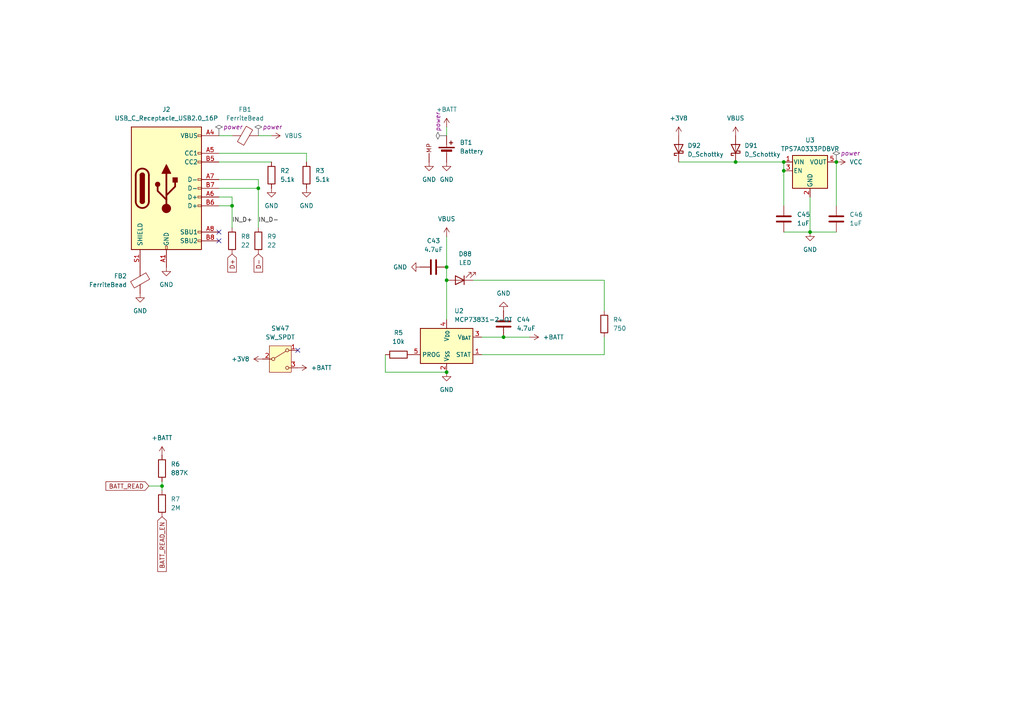
<source format=kicad_sch>
(kicad_sch (version 20231120) (generator "eeschema") (generator_version "8.0")
  (paper "A4")
  (lib_symbols
    (symbol "Battery_Management:MCP73831-2-OT"
      (property "Reference" "U" (at -7.62 6.35 0))
      (property "Value" "MCP73831-2-OT" (at 1.27 6.35 0))
      (symbol "MCP73831-2-OT_0_1"
        (rectangle (start -7.62 5.08) (end 7.62 -5.08) (stroke (width 0.254)) (fill (type background)))
      )
      (symbol "MCP73831-2-OT_1_1"
        (pin tri_state line (at 10.16 -2.54 180) (length 2.54) (name "STAT") (number "1"))
        (pin power_in line (at 0 -7.62 90) (length 2.54) (name "V_{SS}") (number "2"))
        (pin power_out line (at 10.16 2.54 180) (length 2.54) (name "V_{BAT}") (number "3"))
        (pin power_in line (at 0 7.62 270) (length 2.54) (name "V_{DD}") (number "4"))
        (pin input line (at -10.16 -2.54 0) (length 2.54) (name "PROG") (number "5"))
      )
    )
    (symbol "Connector:USB_C_Receptacle_USB2.0_16P" (pin_names (offset 1.016))
      (property "Reference" "J" (at 0 22.225 0))
      (property "Value" "USB_C_Receptacle_USB2.0_16P" (at 0 19.685 0))
      (symbol "USB_C_Receptacle_USB2.0_16P_0_0"
        (rectangle (start -0.254 -17.78) (end 0.254 -16.764))
        (rectangle (start 10.16 -14.986) (end 9.144 -15.494))
        (rectangle (start 10.16 -12.446) (end 9.144 -12.954))
        (rectangle (start 10.16 -4.826) (end 9.144 -5.334))
        (rectangle (start 10.16 -2.286) (end 9.144 -2.794))
        (rectangle (start 10.16 0.254) (end 9.144 -0.254))
        (rectangle (start 10.16 2.794) (end 9.144 2.286))
        (rectangle (start 10.16 7.874) (end 9.144 7.366))
        (rectangle (start 10.16 10.414) (end 9.144 9.906))
        (rectangle (start 10.16 15.494) (end 9.144 14.986))
      )
      (symbol "USB_C_Receptacle_USB2.0_16P_0_1"
        (rectangle (start -10.16 17.78) (end 10.16 -17.78) (stroke (width 0.254)) (fill (type background)))
        (arc (start -8.89 -3.81) (mid -6.985 -5.7067) (end -5.08 -3.81) (stroke (width 0.508)))
        (arc (start -7.62 -3.81) (mid -6.985 -4.4423) (end -6.35 -3.81) (stroke (width 0.254)))
        (arc (start -7.62 -3.81) (mid -6.985 -4.4423) (end -6.35 -3.81) (stroke (width 0.254)) (fill (type outline)))
        (rectangle (start -7.62 -3.81) (end -6.35 3.81) (stroke (width 0.254)) (fill (type outline)))
        (arc (start -6.35 3.81) (mid -6.985 4.4423) (end -7.62 3.81) (stroke (width 0.254)))
        (arc (start -6.35 3.81) (mid -6.985 4.4423) (end -7.62 3.81) (stroke (width 0.254)) (fill (type outline)))
        (arc (start -5.08 3.81) (mid -6.985 5.7067) (end -8.89 3.81) (stroke (width 0.508)))
        (circle (center -2.54 1.143) (radius 0.635) (stroke (width 0.254)) (fill (type outline)))
        (circle (center 0 -5.842) (radius 1.27) (fill (type outline)))
        (polyline (pts (xy -8.89 -3.81) (xy -8.89 3.81)) (stroke (width 0.508)))
        (polyline (pts (xy -5.08 3.81) (xy -5.08 -3.81)) (stroke (width 0.508)))
        (polyline (pts (xy 0 -5.842) (xy 0 4.318)) (stroke (width 0.508)))
        (polyline (pts (xy 0 -3.302) (xy -2.54 -0.762) (xy -2.54 0.508)) (stroke (width 0.508)))
        (polyline (pts (xy 0 -2.032) (xy 2.54 0.508) (xy 2.54 1.778)) (stroke (width 0.508)))
        (polyline (pts (xy -1.27 4.318) (xy 0 6.858) (xy 1.27 4.318) (xy -1.27 4.318)) (stroke (width 0.254)) (fill (type outline)))
        (rectangle (start 1.905 1.778) (end 3.175 3.048) (stroke (width 0.254)) (fill (type outline)))
      )
      (symbol "USB_C_Receptacle_USB2.0_16P_1_1"
        (pin passive line (at 0 -22.86 90) (length 5.08) (name "GND") (number "A1"))
        (pin passive line (at 0 -22.86 90) (length 5.08) hide (name "GND") (number "A12"))
        (pin passive line (at 15.24 15.24 180) (length 5.08) (name "VBUS") (number "A4"))
        (pin bidirectional line (at 15.24 10.16 180) (length 5.08) (name "CC1") (number "A5"))
        (pin bidirectional line (at 15.24 -2.54 180) (length 5.08) (name "D+") (number "A6"))
        (pin bidirectional line (at 15.24 2.54 180) (length 5.08) (name "D-") (number "A7"))
        (pin bidirectional line (at 15.24 -12.7 180) (length 5.08) (name "SBU1") (number "A8"))
        (pin passive line (at 15.24 15.24 180) (length 5.08) hide (name "VBUS") (number "A9"))
        (pin passive line (at 0 -22.86 90) (length 5.08) hide (name "GND") (number "B1"))
        (pin passive line (at 0 -22.86 90) (length 5.08) hide (name "GND") (number "B12"))
        (pin passive line (at 15.24 15.24 180) (length 5.08) hide (name "VBUS") (number "B4"))
        (pin bidirectional line (at 15.24 7.62 180) (length 5.08) (name "CC2") (number "B5"))
        (pin bidirectional line (at 15.24 -5.08 180) (length 5.08) (name "D+") (number "B6"))
        (pin bidirectional line (at 15.24 0 180) (length 5.08) (name "D-") (number "B7"))
        (pin bidirectional line (at 15.24 -15.24 180) (length 5.08) (name "SBU2") (number "B8"))
        (pin passive line (at 15.24 15.24 180) (length 5.08) hide (name "VBUS") (number "B9"))
        (pin passive line (at -7.62 -22.86 90) (length 5.08) (name "SHIELD") (number "S1"))
      )
    )
    (symbol "Device:Battery_Cell" (pin_numbers hide) (pin_names (offset 0) hide)
      (property "Reference" "BT1" (at 3.81 3.1116 0))
      (property "Value" "Battery" (at 3.81 0.5716 0))
      (symbol "Battery_Cell_0_1"
        (rectangle (start -2.286 1.778) (end 2.286 1.524) (fill (type outline)))
        (rectangle (start -1.524 1.016) (end 1.524 0.508) (fill (type outline)))
        (polyline (pts (xy 0 0.762) (xy 0 0)))
        (polyline (pts (xy 0 1.778) (xy 0 2.54)))
        (polyline (pts (xy 0.762 3.048) (xy 1.778 3.048)) (stroke (width 0.254)))
        (polyline (pts (xy 1.27 3.556) (xy 1.27 2.54)) (stroke (width 0.254)))
      )
      (symbol "Battery_Cell_1_1"
        (text "MP" (at -5.08 1.524 900) (effects (font (size 1.27 1.27))))
        (pin passive line (at 0 5.08 270) (length 2.54) (name "+") (number "1"))
        (pin passive line (at 0 -2.54 90) (length 2.54) (name "-") (number "2"))
        (pin passive line (at -5.08 -2.54 90) (length 2.54) (name "MP") (number "MP"))
      )
    )
    (symbol "Device:C" (pin_numbers hide) (pin_names (offset 0.254))
      (property "Reference" "C" (at 0.635 2.54 0))
      (property "Value" "C" (at 0.635 -2.54 0))
      (symbol "C_0_1"
        (polyline (pts (xy -2.032 -0.762) (xy 2.032 -0.762)) (stroke (width 0.508)))
        (polyline (pts (xy -2.032 0.762) (xy 2.032 0.762)) (stroke (width 0.508)))
      )
      (symbol "C_1_1"
        (pin passive line (at 0 3.81 270) (length 2.794) (name "~") (number "1"))
        (pin passive line (at 0 -3.81 90) (length 2.794) (name "~") (number "2"))
      )
    )
    (symbol "Device:D_Schottky" (pin_numbers hide) (pin_names (offset 1.016) hide)
      (property "Reference" "D" (at 0 2.54 0))
      (property "Value" "D_Schottky" (at 0 -2.54 0))
      (symbol "D_Schottky_0_1"
        (polyline (pts (xy 1.27 0) (xy -1.27 0)))
        (polyline (pts (xy 1.27 1.27) (xy 1.27 -1.27) (xy -1.27 0) (xy 1.27 1.27)) (stroke (width 0.254)))
        (polyline (pts (xy -1.905 0.635) (xy -1.905 1.27) (xy -1.27 1.27) (xy -1.27 -1.27) (xy -0.635 -1.27) (xy -0.635 -0.635)) (stroke (width 0.254)))
      )
      (symbol "D_Schottky_1_1"
        (pin passive line (at -3.81 0 0) (length 2.54) (name "K") (number "1"))
        (pin passive line (at 3.81 0 180) (length 2.54) (name "A") (number "2"))
      )
    )
    (symbol "Device:FerriteBead" (pin_numbers hide) (pin_names (offset 0))
      (property "Reference" "FB" (at -3.81 0.635 90))
      (property "Value" "FerriteBead" (at 3.81 0 90))
      (symbol "FerriteBead_0_1"
        (polyline (pts (xy 0 -1.27) (xy 0 -1.2192)))
        (polyline (pts (xy 0 1.27) (xy 0 1.2954)))
        (polyline (pts (xy -2.7686 0.4064) (xy -1.7018 2.2606) (xy 2.7686 -0.3048) (xy 1.6764 -2.159) (xy -2.7686 0.4064)))
      )
      (symbol "FerriteBead_1_1"
        (pin passive line (at 0 3.81 270) (length 2.54) (name "~") (number "1"))
        (pin passive line (at 0 -3.81 90) (length 2.54) (name "~") (number "2"))
      )
    )
    (symbol "Device:LED" (pin_numbers hide) (pin_names (offset 1.016) hide)
      (property "Reference" "D" (at 0 2.54 0))
      (property "Value" "LED" (at 0 -2.54 0))
      (symbol "LED_0_1"
        (polyline (pts (xy -1.27 -1.27) (xy -1.27 1.27)) (stroke (width 0.254)))
        (polyline (pts (xy -1.27 0) (xy 1.27 0)))
        (polyline (pts (xy 1.27 -1.27) (xy 1.27 1.27) (xy -1.27 0) (xy 1.27 -1.27)) (stroke (width 0.254)))
        (polyline (pts (xy -3.048 -0.762) (xy -4.572 -2.286) (xy -3.81 -2.286) (xy -4.572 -2.286) (xy -4.572 -1.524)))
        (polyline (pts (xy -1.778 -0.762) (xy -3.302 -2.286) (xy -2.54 -2.286) (xy -3.302 -2.286) (xy -3.302 -1.524)))
      )
      (symbol "LED_1_1"
        (pin passive line (at -3.81 0 0) (length 2.54) (name "K") (number "1"))
        (pin passive line (at 3.81 0 180) (length 2.54) (name "A") (number "2"))
      )
    )
    (symbol "Device:R" (pin_numbers hide) (pin_names (offset 0))
      (property "Reference" "R" (at 2.032 0 90))
      (property "Value" "R" (at 0 0 90))
      (symbol "R_0_1"
        (rectangle (start -1.016 -2.54) (end 1.016 2.54) (stroke (width 0.254)))
      )
      (symbol "R_1_1"
        (pin passive line (at 0 3.81 270) (length 1.27) (name "~") (number "1"))
        (pin passive line (at 0 -3.81 90) (length 1.27) (name "~") (number "2"))
      )
    )
    (symbol "Regulator_Linear:AP2112K-3.3" (pin_names (offset 0.254))
      (property "Reference" "U" (at -5.08 5.715 0))
      (property "Value" "AP2112K-3.3" (at 0 5.715 0))
      (symbol "AP2112K-3.3_0_1"
        (rectangle (start -5.08 4.445) (end 5.08 -5.08) (stroke (width 0.254)) (fill (type background)))
      )
      (symbol "AP2112K-3.3_1_1"
        (pin power_in line (at -7.62 2.54 0) (length 2.54) (name "VIN") (number "1"))
        (pin power_in line (at 0 -7.62 90) (length 2.54) (name "GND") (number "2"))
        (pin input line (at -7.62 0 0) (length 2.54) (name "EN") (number "3"))
        (pin no_connect line (at 5.08 0 180) (length 2.54) hide (name "NC") (number "4"))
        (pin power_out line (at 7.62 2.54 180) (length 2.54) (name "VOUT") (number "5"))
      )
    )
    (symbol "Switch:SW_SPDT" (pin_names (offset 0) hide)
      (property "Reference" "SW" (at 0 5.08 0))
      (property "Value" "SW_SPDT" (at 0 -5.08 0))
      (symbol "SW_SPDT_0_1"
        (circle (center -2.032 0) (radius 0.4572))
        (polyline (pts (xy -1.651 0.254) (xy 1.651 2.286)))
        (circle (center 2.032 -2.54) (radius 0.4572))
        (circle (center 2.032 2.54) (radius 0.4572))
      )
      (symbol "SW_SPDT_1_1"
        (rectangle (start -3.175 3.81) (end 3.175 -3.81) (fill (type background)))
        (pin passive line (at 5.08 2.54 180) (length 2.54) (name "A") (number "1"))
        (pin passive line (at -5.08 0 0) (length 2.54) (name "B") (number "2"))
        (pin passive line (at 5.08 -2.54 180) (length 2.54) (name "C") (number "3"))
      )
    )
    (symbol "power:+3V8" (power) (pin_numbers hide) (pin_names (offset 0) hide)
      (property "Value" "+3V8" (at 0 3.556 0))
      (symbol "+3V8_0_1"
        (polyline (pts (xy -0.762 1.27) (xy 0 2.54)))
        (polyline (pts (xy 0 0) (xy 0 2.54)))
        (polyline (pts (xy 0 2.54) (xy 0.762 1.27)))
      )
      (symbol "+3V8_1_1"
        (pin power_in line (at 0 0 90) (length 0) (name "~") (number "1"))
      )
    )
    (symbol "power:+BATT" (power) (pin_numbers hide) (pin_names (offset 0) hide)
      (property "Value" "+BATT" (at 0 3.556 0))
      (symbol "+BATT_0_1"
        (polyline (pts (xy -0.762 1.27) (xy 0 2.54)))
        (polyline (pts (xy 0 0) (xy 0 2.54)))
        (polyline (pts (xy 0 2.54) (xy 0.762 1.27)))
      )
      (symbol "+BATT_1_1"
        (pin power_in line (at 0 0 90) (length 0) (name "~") (number "1"))
      )
    )
    (symbol "power:GND" (power) (pin_numbers hide) (pin_names (offset 0) hide)
      (property "Value" "GND" (at 0 -3.81 0))
      (symbol "GND_0_1"
        (polyline (pts (xy 0 0) (xy 0 -1.27) (xy 1.27 -1.27) (xy 0 -2.54) (xy -1.27 -1.27) (xy 0 -1.27)))
      )
      (symbol "GND_1_1"
        (pin power_in line (at 0 0 270) (length 0) (name "~") (number "1"))
      )
    )
    (symbol "power:VBUS" (power) (pin_numbers hide) (pin_names (offset 0) hide)
      (property "Value" "VBUS" (at 0 3.556 0))
      (symbol "VBUS_0_1"
        (polyline (pts (xy -0.762 1.27) (xy 0 2.54)))
        (polyline (pts (xy 0 0) (xy 0 2.54)))
        (polyline (pts (xy 0 2.54) (xy 0.762 1.27)))
      )
      (symbol "VBUS_1_1"
        (pin power_in line (at 0 0 90) (length 0) (name "~") (number "1"))
      )
    )
    (symbol "power:VCC" (power) (pin_numbers hide) (pin_names (offset 0) hide)
      (property "Value" "VCC" (at 0 3.556 0))
      (symbol "VCC_0_1"
        (polyline (pts (xy -0.762 1.27) (xy 0 2.54)))
        (polyline (pts (xy 0 0) (xy 0 2.54)))
        (polyline (pts (xy 0 2.54) (xy 0.762 1.27)))
      )
      (symbol "VCC_1_1"
        (pin power_in line (at 0 0 90) (length 0) (name "~") (number "1"))
      )
    )
  )
  (junction (at 242.57 46.99))
  (junction (at 129.54 107.95))
  (junction (at 227.33 49.53))
  (junction (at 129.54 77.47))
  (junction (at 46.99 140.97))
  (junction (at 67.31 59.69))
  (junction (at 213.36 46.99))
  (junction (at 129.54 81.28))
  (junction (at 234.95 67.31))
  (junction (at 74.93 54.61))
  (junction (at 146.05 97.79))
  (junction (at 227.33 46.99))
  (no_connect (at 86.36 101.6))
  (no_connect (at 63.5 67.31))
  (no_connect (at 63.5 69.85))
  (wire (pts (xy 227.33 67.31) (xy 234.95 67.31)))
  (wire (pts (xy 175.26 97.79) (xy 175.26 102.87)))
  (wire (pts (xy 129.54 36.83) (xy 129.54 39.37)))
  (wire (pts (xy 137.16 81.28) (xy 175.26 81.28)))
  (wire (pts (xy 227.33 49.53) (xy 227.33 59.69)))
  (wire (pts (xy 46.99 139.7) (xy 46.99 140.97)))
  (wire (pts (xy 46.99 140.97) (xy 46.99 142.24)))
  (wire (pts (xy 74.93 54.61) (xy 74.93 52.07)))
  (wire (pts (xy 63.5 46.99) (xy 78.74 46.99)))
  (wire (pts (xy 63.5 57.15) (xy 67.31 57.15)))
  (wire (pts (xy 213.36 46.99) (xy 227.33 46.99)))
  (wire (pts (xy 129.54 77.47) (xy 129.54 81.28)))
  (wire (pts (xy 175.26 102.87) (xy 139.7 102.87)))
  (wire (pts (xy 88.9 44.45) (xy 88.9 46.99)))
  (wire (pts (xy 67.31 57.15) (xy 67.31 59.69)))
  (wire (pts (xy 111.76 107.95) (xy 129.54 107.95)))
  (wire (pts (xy 234.95 67.31) (xy 242.57 67.31)))
  (wire (pts (xy 63.5 39.37) (xy 67.31 39.37)))
  (wire (pts (xy 175.26 81.28) (xy 175.26 90.17)))
  (wire (pts (xy 234.95 67.31) (xy 234.95 57.15)))
  (wire (pts (xy 129.54 68.58) (xy 129.54 77.47)))
  (wire (pts (xy 153.67 97.79) (xy 146.05 97.79)))
  (wire (pts (xy 196.85 46.99) (xy 213.36 46.99)))
  (wire (pts (xy 74.93 66.04) (xy 74.93 54.61)))
  (wire (pts (xy 242.57 46.99) (xy 242.57 59.69)))
  (wire (pts (xy 63.5 44.45) (xy 88.9 44.45)))
  (wire (pts (xy 74.93 39.37) (xy 78.74 39.37)))
  (wire (pts (xy 139.7 97.79) (xy 146.05 97.79)))
  (wire (pts (xy 67.31 59.69) (xy 67.31 66.04)))
  (wire (pts (xy 63.5 54.61) (xy 74.93 54.61)))
  (wire (pts (xy 43.18 140.97) (xy 46.99 140.97)))
  (wire (pts (xy 129.54 81.28) (xy 129.54 92.71)))
  (wire (pts (xy 63.5 59.69) (xy 67.31 59.69)))
  (wire (pts (xy 111.76 102.87) (xy 111.76 107.95)))
  (wire (pts (xy 227.33 46.99) (xy 227.33 49.53)))
  (wire (pts (xy 63.5 52.07) (xy 74.93 52.07)))
  (label "IN_D-" (at 74.93 64.77 0))
  (label "IN_D+" (at 67.31 64.77 0))
  (global_label "D+" (shape input) (at 67.31 73.66 270) (property "Intersheetrefs" "${INTERSHEET_REFS}" (effects (hide yes))))
  (global_label "BATT_READ_EN" (shape input) (at 46.99 149.86 270) (property "Intersheetrefs" "${INTERSHEET_REFS}" (effects (hide yes))))
  (global_label "D-" (shape input) (at 74.93 73.66 270) (property "Intersheetrefs" "${INTERSHEET_REFS}" (effects (hide yes))))
  (global_label "BATT_READ" (shape input) (at 43.18 140.97 180) (property "Intersheetrefs" "${INTERSHEET_REFS}" (effects (hide yes))))
  (netclass_flag "" (length 2.54) (shape diamond) (at 242.57 46.99 0) (property "Netclass" "power" (at 243.7765 44.45 0) (effects (font (italic yes)) (justify left))))
  (netclass_flag "" (length 2.54) (shape diamond) (at 63.5 39.37 0) (property "Netclass" "power" (at 64.7065 36.83 0) (effects (font (italic yes)) (justify left))))
  (netclass_flag "" (length 2.54) (shape diamond) (at 129.54 39.37 90) (property "Netclass" "power" (at 127 38.1635 90) (effects (font (italic yes)) (justify left))))
  (netclass_flag "" (length 2.54) (shape diamond) (at 74.93 39.37 0) (property "Netclass" "power" (at 76.1365 36.83 0) (effects (font (italic yes)) (justify left))))
  (symbol (lib_id "power:VBUS") (at 213.36 39.37 0) (unit 1)
    (property "Reference" "#PWR055" (effects (hide yes)))
    (property "Value" "VBUS" (at 213.36 34.29 0))
    (property "Description" "Power symbol creates a global label with name \"VBUS\"" (effects (hide yes)))
  )
  (symbol (lib_id "Device:C") (at 227.33 63.5 0) (unit 1)
    (property "Reference" "C45" (at 231.14 62.2299 0) (effects (justify left)))
    (property "Value" "1uF" (at 231.14 64.7699 0) (effects (justify left)))
    (property "Footprint" "Capacitor_SMD:C_0603_1608Metric" (effects (hide yes)))
    (property "Description" "Unpolarized capacitor" (effects (hide yes)))
  )
  (symbol (lib_id "Device:R") (at 67.31 69.85 0) (unit 1)
    (property "Reference" "R8" (at 69.85 68.5799 0) (effects (justify left)))
    (property "Value" "22" (at 69.85 71.1199 0) (effects (justify left)))
    (property "Footprint" "Resistor_SMD:R_0603_1608Metric" (effects (hide yes)))
    (property "Description" "Resistor" (effects (hide yes)))
  )
  (symbol (lib_id "Device:C") (at 125.73 77.47 90) (unit 1)
    (property "Reference" "C43" (at 125.73 69.85 90))
    (property "Value" "4.7uF" (at 125.73 72.39 90))
    (property "Footprint" "Capacitor_SMD:C_0805_2012Metric" (effects (hide yes)))
    (property "Description" "Unpolarized capacitor" (effects (hide yes)))
  )
  (symbol (lib_id "Device:R") (at 88.9 50.8 0) (unit 1)
    (property "Reference" "R3" (at 91.44 49.5299 0) (effects (justify left)))
    (property "Value" "5.1k" (at 91.44 52.0699 0) (effects (justify left)))
    (property "Footprint" "Resistor_SMD:R_0603_1608Metric" (effects (hide yes)))
    (property "Description" "Resistor" (effects (hide yes)))
  )
  (symbol (lib_id "power:GND") (at 78.74 54.61 0) (unit 1)
    (property "Reference" "#PWR038" (effects (hide yes)))
    (property "Value" "GND" (at 78.74 59.69 0))
    (property "Description" "Power symbol creates a global label with name \"GND\" , ground" (effects (hide yes)))
  )
  (symbol (lib_id "Device:R") (at 175.26 93.98 0) (unit 1)
    (property "Reference" "R4" (at 177.8 92.7099 0) (effects (justify left)))
    (property "Value" "750" (at 177.8 95.2499 0) (effects (justify left)))
    (property "Footprint" "Resistor_SMD:R_0805_2012Metric" (effects (hide yes)))
    (property "Description" "Resistor" (effects (hide yes)))
  )
  (symbol (lib_id "Device:LED") (at 133.35 81.28 180) (unit 1)
    (property "Reference" "D88" (at 134.9375 73.66 0))
    (property "Value" "LED" (at 134.9375 76.2 0))
    (property "Footprint" "LED_SMD:LED_0805_2012Metric" (effects (hide yes)))
    (property "Description" "Light emitting diode" (effects (hide yes)))
  )
  (symbol (lib_id "power:GND") (at 124.46 46.99 0) (unit 1)
    (property "Reference" "#PWR050" (effects (hide yes)))
    (property "Value" "GND" (at 124.46 52.07 0))
    (property "Description" "Power symbol creates a global label with name \"GND\" , ground" (effects (hide yes)))
  )
  (symbol (lib_id "Regulator_Linear:AP2112K-3.3") (at 234.95 49.53 0) (unit 1)
    (property "Reference" "U3" (at 234.95 40.64 0))
    (property "Value" "TPS7A0333PDBVR" (at 234.95 43.18 0))
    (property "Footprint" "Package_TO_SOT_SMD:SOT-23-5" (effects (hide yes)))
    (property "Description" "TI 3.3V regulator (can use others like AP2112K if pin-compatible, but this part lowers power use)" (effects (hide yes)))
  )
  (symbol (lib_id "Device:D_Schottky") (at 196.85 43.18 90) (unit 1)
    (property "Reference" "D92" (at 199.39 42.2274 90) (effects (justify right)))
    (property "Value" "D_Schottky" (at 199.39 44.7674 90) (effects (justify right)))
    (property "Footprint" "PCM_Diode_SMD_Handsoldering_AKL:D_SOD-123F" (effects (hide yes)))
    (property "Description" "Schottky diode" (effects (hide yes)))
  )
  (symbol (lib_id "power:GND") (at 146.05 90.17 180) (unit 1)
    (property "Reference" "#PWR045" (effects (hide yes)))
    (property "Value" "GND" (at 146.05 85.09 0))
    (property "Description" "Power symbol creates a global label with name \"GND\" , ground" (effects (hide yes)))
  )
  (symbol (lib_id "Device:C") (at 146.05 93.98 180) (unit 1)
    (property "Reference" "C44" (at 149.86 92.7099 0) (effects (justify right)))
    (property "Value" "4.7uF" (at 149.86 95.2499 0) (effects (justify right)))
    (property "Footprint" "Capacitor_SMD:C_0805_2012Metric" (effects (hide yes)))
    (property "Description" "Unpolarized capacitor" (effects (hide yes)))
  )
  (symbol (lib_id "power:GND") (at 121.92 77.47 270) (unit 1)
    (property "Reference" "#PWR044" (effects (hide yes)))
    (property "Value" "GND" (at 118.11 77.4699 90) (effects (justify right)))
    (property "Description" "Power symbol creates a global label with name \"GND\" , ground" (effects (hide yes)))
  )
  (symbol (lib_id "Device:R") (at 78.74 50.8 0) (unit 1)
    (property "Reference" "R2" (at 81.28 49.5299 0) (effects (justify left)))
    (property "Value" "5.1k" (at 81.28 52.0699 0) (effects (justify left)))
    (property "Footprint" "Resistor_SMD:R_0603_1608Metric" (effects (hide yes)))
    (property "Description" "Resistor" (effects (hide yes)))
  )
  (symbol (lib_id "power:+BATT") (at 46.99 132.08 0) (unit 1)
    (property "Reference" "#PWR058" (effects (hide yes)))
    (property "Value" "+BATT" (at 46.99 127 0))
    (property "Description" "Power symbol creates a global label with name \"+BATT\"" (effects (hide yes)))
  )
  (symbol (lib_id "power:GND") (at 129.54 107.95 0) (unit 1)
    (property "Reference" "#PWR046" (effects (hide yes)))
    (property "Value" "GND" (at 129.54 113.03 0))
    (property "Description" "Power symbol creates a global label with name \"GND\" , ground" (effects (hide yes)))
  )
  (symbol (lib_id "Device:Battery_Cell") (at 129.54 44.45 0) (unit 1)
    (property "Reference" "BT1" (at 133.35 41.3384 0) (effects (justify left)))
    (property "Value" "Battery" (at 133.35 43.8784 0) (effects (justify left)))
    (property "Footprint" "Connector_JST:JST_PH_S2B-PH-SM4-TB_1x02-1MP_P2.00mm_Horizontal" (effects (hide yes)))
    (property "Description" "Single-cell battery" (effects (hide yes)))
  )
  (symbol (lib_id "power:VCC") (at 242.57 46.99 270) (unit 1)
    (property "Reference" "#PWR056" (effects (hide yes)))
    (property "Value" "VCC" (at 246.38 46.9899 90) (effects (justify left)))
    (property "Description" "Power symbol creates a global label with name \"VCC\"" (effects (hide yes)))
  )
  (symbol (lib_id "power:GND") (at 88.9 54.61 0) (unit 1)
    (property "Reference" "#PWR039" (effects (hide yes)))
    (property "Value" "GND" (at 88.9 59.69 0))
    (property "Description" "Power symbol creates a global label with name \"GND\" , ground" (effects (hide yes)))
  )
  (symbol (lib_id "Switch:SW_SPDT") (at 81.28 104.14 0) (unit 1)
    (property "Reference" "SW47" (at 81.28 95.25 0))
    (property "Value" "SW_SPDT" (at 81.28 97.79 0))
    (property "Footprint" "Button_Switch_SMD:SW_SPDT_PCM12" (effects (hide yes)))
    (property "Description" "Switch, single pole double throw" (effects (hide yes)))
  )
  (symbol (lib_id "Device:FerriteBead") (at 40.64 81.28 0) (mirror x) (unit 1)
    (property "Reference" "FB2" (at 36.83 80.0607 0) (effects (justify right)))
    (property "Value" "FerriteBead" (at 36.83 82.6007 0) (effects (justify right)))
    (property "Footprint" "PCM_Ferrite_SMD_AKL:Ferrite_0805_2012Metric_Pad1.05x1.20mm_BigPads" (effects (hide yes)))
    (property "Description" "Ferrite bead" (effects (hide yes)))
  )
  (symbol (lib_id "Device:R") (at 115.57 102.87 270) (unit 1)
    (property "Reference" "R5" (at 115.57 96.52 90))
    (property "Value" "10k" (at 115.57 99.06 90))
    (property "Footprint" "Resistor_SMD:R_0805_2012Metric" (effects (hide yes)))
    (property "Description" "Resistor" (effects (hide yes)))
  )
  (symbol (lib_id "power:VBUS") (at 129.54 68.58 0) (unit 1)
    (property "Reference" "#PWR043" (effects (hide yes)))
    (property "Value" "VBUS" (at 129.54 63.5 0))
    (property "Description" "Power symbol creates a global label with name \"VBUS\"" (effects (hide yes)))
  )
  (symbol (lib_id "power:+BATT") (at 129.54 36.83 0) (unit 1)
    (property "Reference" "#PWR036" (effects (hide yes)))
    (property "Value" "+BATT" (at 129.54 31.75 0))
    (property "Description" "Power symbol creates a global label with name \"+BATT\"" (effects (hide yes)))
  )
  (symbol (lib_id "power:GND") (at 129.54 46.99 0) (unit 1)
    (property "Reference" "#PWR037" (effects (hide yes)))
    (property "Value" "GND" (at 129.54 52.07 0))
    (property "Description" "Power symbol creates a global label with name \"GND\" , ground" (effects (hide yes)))
  )
  (symbol (lib_id "Battery_Management:MCP73831-2-OT") (at 129.54 100.33 0) (unit 1)
    (property "Reference" "U2" (at 131.7641 90.17 0) (effects (justify left)))
    (property "Value" "MCP73831-2-OT" (at 131.7641 92.71 0) (effects (justify left)))
    (property "Footprint" "Package_TO_SOT_SMD:SOT-23-5" (effects (hide yes)))
    (property "Datasheet" "http://ww1.microchip.com/downloads/en/DeviceDoc/20001984g.pdf" (effects (hide yes)))
    (property "Description" "Single cell, Li-Ion/Li-Po charge management controller, 4.20V, Tri-State Status Output, in SOT23-5 package" (effects (hide yes)))
  )
  (symbol (lib_id "power:+BATT") (at 153.67 97.79 270) (unit 1)
    (property "Reference" "#PWR042" (effects (hide yes)))
    (property "Value" "+BATT" (at 157.48 97.7899 90) (effects (justify left)))
    (property "Description" "Power symbol creates a global label with name \"+BATT\"" (effects (hide yes)))
  )
  (symbol (lib_id "power:VBUS") (at 78.74 39.37 270) (unit 1)
    (property "Reference" "#PWR035" (effects (hide yes)))
    (property "Value" "VBUS" (at 82.55 39.3699 90) (effects (justify left)))
    (property "Description" "Power symbol creates a global label with name \"VBUS\"" (effects (hide yes)))
  )
  (symbol (lib_id "power:GND") (at 40.64 85.09 0) (unit 1)
    (property "Reference" "#PWR040" (effects (hide yes)))
    (property "Value" "GND" (at 40.64 90.17 0))
    (property "Description" "Power symbol creates a global label with name \"GND\" , ground" (effects (hide yes)))
  )
  (symbol (lib_id "Device:FerriteBead") (at 71.12 39.37 90) (unit 1)
    (property "Reference" "FB1" (at 71.0692 31.75 90))
    (property "Value" "FerriteBead" (at 71.0692 34.29 90))
    (property "Footprint" "PCM_Ferrite_SMD_AKL:Ferrite_0805_2012Metric_Pad1.05x1.20mm_BigPads" (effects (hide yes)))
    (property "Description" "Ferrite bead" (effects (hide yes)))
  )
  (symbol (lib_id "Device:R") (at 46.99 146.05 0) (unit 1)
    (property "Reference" "R7" (at 49.53 144.7799 0) (effects (justify left)))
    (property "Value" "2M" (at 49.53 147.3199 0) (effects (justify left)))
    (property "Footprint" "Resistor_SMD:R_0805_2012Metric" (effects (hide yes)))
    (property "Description" "Resistor" (effects (hide yes)))
  )
  (symbol (lib_id "Connector:USB_C_Receptacle_USB2.0_16P") (at 48.26 54.61 0) (unit 1)
    (property "Reference" "J2" (at 48.26 31.75 0))
    (property "Value" "USB_C_Receptacle_USB2.0_16P" (at 48.26 34.29 0))
    (property "Footprint" "Connector_USB:USB_C_Receptacle_GCT_USB4105-xx-A_16P_TopMnt_Horizontal" (effects (hide yes)))
    (property "Datasheet" "https://www.usb.org/sites/default/files/documents/usb_type-c.zip" (effects (hide yes)))
    (property "Description" "USB 2.0-only 16P Type-C Receptacle connector" (effects (hide yes)))
  )
  (symbol (lib_id "Device:C") (at 242.57 63.5 0) (unit 1)
    (property "Reference" "C46" (at 246.38 62.2299 0) (effects (justify left)))
    (property "Value" "1uF" (at 246.38 64.7699 0) (effects (justify left)))
    (property "Footprint" "Capacitor_SMD:C_0603_1608Metric" (effects (hide yes)))
    (property "Description" "Unpolarized capacitor" (effects (hide yes)))
  )
  (symbol (lib_id "power:GND") (at 234.95 67.31 0) (unit 1)
    (property "Reference" "#PWR057" (effects (hide yes)))
    (property "Value" "GND" (at 234.95 72.39 0))
    (property "Description" "Power symbol creates a global label with name \"GND\" , ground" (effects (hide yes)))
  )
  (symbol (lib_id "power:+BATT") (at 86.36 106.68 270) (unit 1)
    (property "Reference" "#PWR047" (effects (hide yes)))
    (property "Value" "+BATT" (at 90.17 106.6799 90) (effects (justify left)))
    (property "Description" "Power symbol creates a global label with name \"+BATT\"" (effects (hide yes)))
  )
  (symbol (lib_id "power:+3V8") (at 76.2 104.14 90) (unit 1)
    (property "Reference" "#PWR048" (effects (hide yes)))
    (property "Value" "+3V8" (at 72.39 104.1399 90) (effects (justify left)))
    (property "Description" "Power symbol creates a global label with name \"+3V8\"" (effects (hide yes)))
  )
  (symbol (lib_id "power:+3V8") (at 196.85 39.37 0) (unit 1)
    (property "Reference" "#PWR054" (effects (hide yes)))
    (property "Value" "+3V8" (at 196.85 34.29 0))
    (property "Description" "Power symbol creates a global label with name \"+3V8\"" (effects (hide yes)))
  )
  (symbol (lib_id "Device:R") (at 74.93 69.85 0) (unit 1)
    (property "Reference" "R9" (at 77.47 68.5799 0) (effects (justify left)))
    (property "Value" "22" (at 77.47 71.1199 0) (effects (justify left)))
    (property "Footprint" "Resistor_SMD:R_0603_1608Metric" (effects (hide yes)))
    (property "Description" "Resistor" (effects (hide yes)))
  )
  (symbol (lib_id "Device:D_Schottky") (at 213.36 43.18 90) (unit 1)
    (property "Reference" "D91" (at 215.9 42.2274 90) (effects (justify right)))
    (property "Value" "D_Schottky" (at 215.9 44.7674 90) (effects (justify right)))
    (property "Footprint" "PCM_Diode_SMD_Handsoldering_AKL:D_SOD-123F" (effects (hide yes)))
    (property "Description" "Schottky diode" (effects (hide yes)))
  )
  (symbol (lib_id "Device:R") (at 46.99 135.89 0) (unit 1)
    (property "Reference" "R6" (at 49.53 134.6199 0) (effects (justify left)))
    (property "Value" "887K" (at 49.53 137.1599 0) (effects (justify left)))
    (property "Footprint" "Resistor_SMD:R_0805_2012Metric" (effects (hide yes)))
    (property "Description" "Resistor" (effects (hide yes)))
  )
  (symbol (lib_id "power:GND") (at 48.26 77.47 0) (unit 1)
    (property "Reference" "#PWR041" (effects (hide yes)))
    (property "Value" "GND" (at 48.26 82.55 0))
    (property "Description" "Power symbol creates a global label with name \"GND\" , ground" (effects (hide yes)))
  )
)
</source>
